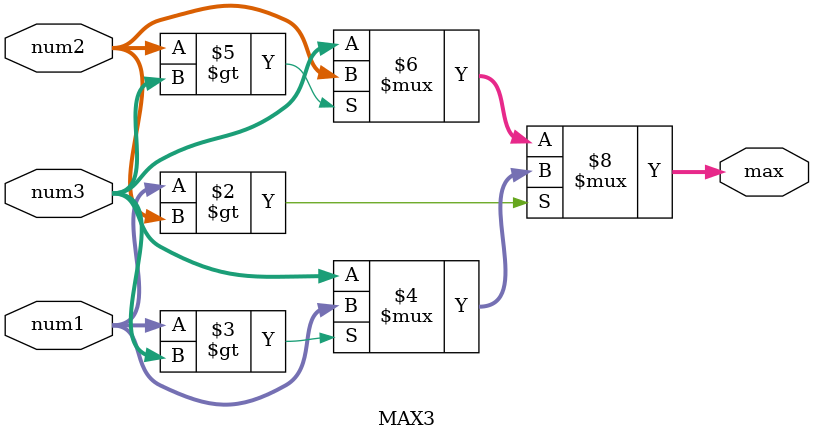
<source format=v>
module MAX3 (
    input       [7:0]         num1, num2, num3,
    output reg  [7:0]         max
);
always @(*) begin
    if(num1>num2)
        max = (num1>num3) ? num1 : num3;
    else
        max = (num2>num3) ? num2 : num3;
end
endmodule
</source>
